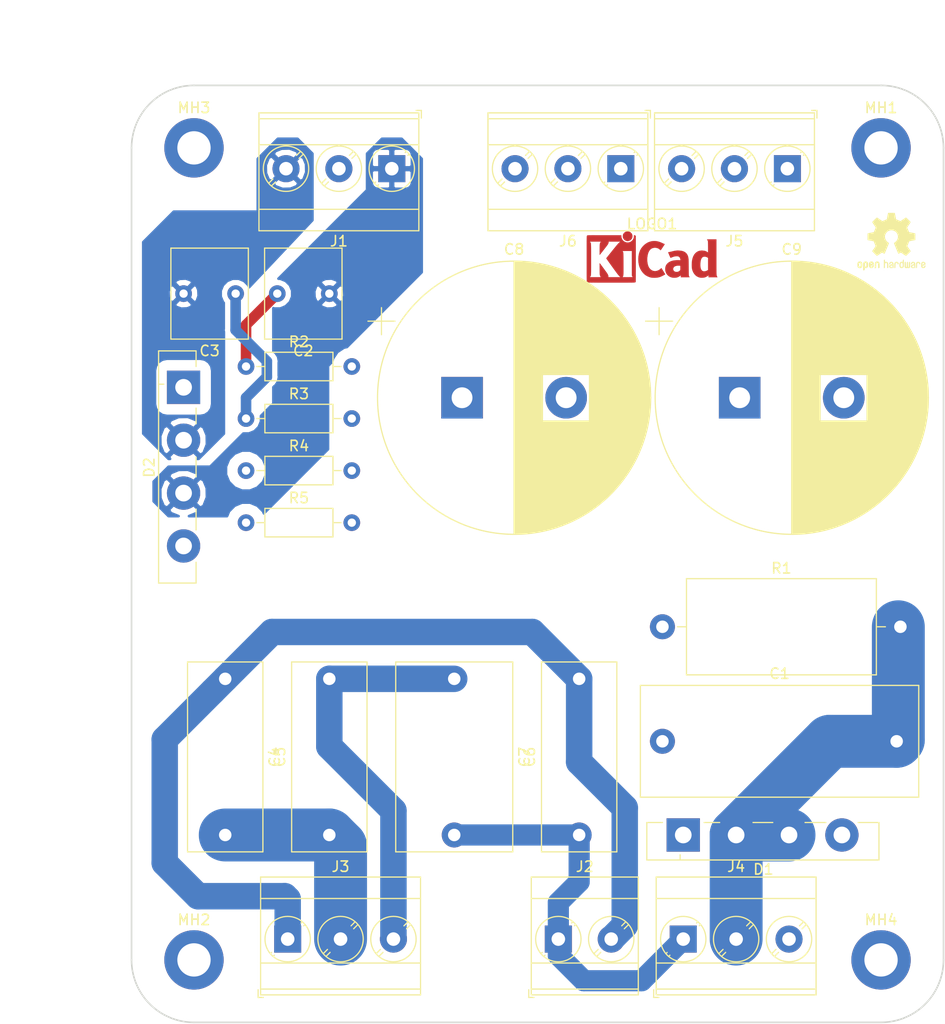
<source format=kicad_pcb>
(kicad_pcb (version 20171130) (host pcbnew 5.0.2-bee76a0~70~ubuntu18.04.1)
  (layers (0 F.Cu signal) (31 B.Cu signal) (34 B.Paste user) (35 F.Paste user) (36 B.SilkS user) (37 F.SilkS user) (38 B.Mask user) (39 F.Mask user) (44 Edge.Cuts user))
  (net 0 "")
  (net 1 GNDPWR)
  (net 2 Earth_Protective)
  (net 3 "Net-(C2-Pad2)")
  (net 4 "Net-(C3-Pad1)")
  (net 5 /ac_l)
  (net 6 /ac_n)
  (net 7 "Net-(C6-Pad1)")
  (net 8 /vcc)
  (net 9 /vee)
  (net 10 /acs_p)
  (net 11 /acs_n)
  (module TerminalBlock_Phoenix:TerminalBlock_Phoenix_MKDS-3-3-5.08_1x03_P5.08mm_Horizontal (layer F.Cu) (at 120.25 77.85 180)
    (fp_text reference J1 (at 5.08 -6.96 180) (layer F.SilkS))
    (fp_text value Screw_Terminal_01x03)
    (pad 3 thru_hole circle (at 10.16 0 180) (size 2.6 2.6) (drill 1.3) (layers *.Cu *.Mask) (net 11 /acs_n))
    (pad 2 thru_hole circle (at 5.08 0 180) (size 2.6 2.6) (drill 1.3) (layers *.Cu *.Mask) (net 1 GNDPWR))
    (pad 1 thru_hole rect (at 0 0 180) (size 2.6 2.6) (drill 1.3) (layers *.Cu *.Mask) (net 10 /acs_p))
  )
  (module Capacitor_THT:C_Rect_L26.5mm_W10.5mm_P22.50mm_MKS4 (layer F.Cu) (at 146.25 132.85)
    (fp_text reference C1 (at 11.25 -6.5) (layer F.SilkS))
    (fp_text value 100n)
    (pad 1 thru_hole circle (at 0 0) (size 2.4 2.4) (drill 1.2) (layers *.Cu *.Mask) (net 1 GNDPWR))
    (pad 2 thru_hole circle (at 22.5 0) (size 2.4 2.4) (drill 1.2) (layers *.Cu *.Mask) (net 2 Earth_Protective))
  )
  (module Capacitor_THT:C_Rect_L7.2mm_W8.5mm_P5.00mm_FKP2_FKP2_MKS2_MKP2 (layer F.Cu) (at 114.25 89.85 180)
    (fp_text reference C2 (at 2.5 -5.5 180) (layer F.SilkS))
    (fp_text value 470n)
    (pad 2 thru_hole circle (at 5 0 180) (size 1.6 1.6) (drill 0.8) (layers *.Cu *.Mask) (net 3 "Net-(C2-Pad2)"))
    (pad 1 thru_hole circle (at 0 0 180) (size 1.6 1.6) (drill 0.8) (layers *.Cu *.Mask) (net 10 /acs_p))
  )
  (module Capacitor_THT:C_Rect_L7.2mm_W8.5mm_P5.00mm_FKP2_FKP2_MKS2_MKP2 (layer F.Cu) (at 105.25 89.85 180)
    (fp_text reference C3 (at 2.5 -5.5 180) (layer F.SilkS))
    (fp_text value 470n)
    (pad 1 thru_hole circle (at 0 0 180) (size 1.6 1.6) (drill 0.8) (layers *.Cu *.Mask) (net 4 "Net-(C3-Pad1)"))
    (pad 2 thru_hole circle (at 5 0 180) (size 1.6 1.6) (drill 0.8) (layers *.Cu *.Mask) (net 11 /acs_n))
  )
  (module Capacitor_THT:C_Rect_L18.0mm_W7.0mm_P15.00mm_FKS3_FKP3 (layer F.Cu) (at 104.25 126.85 270)
    (fp_text reference C4 (at 7.5 -4.75 270) (layer F.SilkS))
    (fp_text value 22n)
    (pad 1 thru_hole circle (at 0 0 270) (size 2.4 2.4) (drill 1.2) (layers *.Cu *.Mask) (net 5 /ac_l))
    (pad 2 thru_hole circle (at 15 0 270) (size 2.4 2.4) (drill 1.2) (layers *.Cu *.Mask) (net 2 Earth_Protective))
  )
  (module Capacitor_THT:C_Rect_L18.0mm_W7.0mm_P15.00mm_FKS3_FKP3 (layer F.Cu) (at 114.25 141.85 90)
    (fp_text reference C5 (at 7.5 -4.75 90) (layer F.SilkS))
    (fp_text value 22n)
    (pad 2 thru_hole circle (at 15 0 90) (size 2.4 2.4) (drill 1.2) (layers *.Cu *.Mask) (net 6 /ac_n))
    (pad 1 thru_hole circle (at 0 0 90) (size 2.4 2.4) (drill 1.2) (layers *.Cu *.Mask) (net 2 Earth_Protective))
  )
  (module Capacitor_THT:C_Rect_L18.0mm_W7.0mm_P15.00mm_FKS3_FKP3 (layer F.Cu) (at 138.25 141.85 90)
    (fp_text reference C6 (at 7.5 -4.75 90) (layer F.SilkS))
    (fp_text value 22n)
    (pad 1 thru_hole circle (at 0 0 90) (size 2.4 2.4) (drill 1.2) (layers *.Cu *.Mask) (net 7 "Net-(C6-Pad1)"))
    (pad 2 thru_hole circle (at 15 0 90) (size 2.4 2.4) (drill 1.2) (layers *.Cu *.Mask) (net 5 /ac_l))
  )
  (module Capacitor_THT:C_Rect_L18.0mm_W11.0mm_P15.00mm_FKS3_FKP3 (layer F.Cu) (at 126.25 126.85 270)
    (fp_text reference C7 (at 7.5 -6.75 270) (layer F.SilkS))
    (fp_text value 470n)
    (pad 1 thru_hole circle (at 0 0 270) (size 2.4 2.4) (drill 1.2) (layers *.Cu *.Mask) (net 6 /ac_n))
    (pad 2 thru_hole circle (at 15 0 270) (size 2.4 2.4) (drill 1.2) (layers *.Cu *.Mask) (net 7 "Net-(C6-Pad1)"))
  )
  (module Capacitor_THT:CP_Radial_D26.0mm_P10.00mm_SnapIn (layer F.Cu) (at 127 99.85)
    (fp_text reference C8 (at 5 -14.25) (layer F.SilkS))
    (fp_text value 6m8)
    (pad 2 thru_hole circle (at 10 0) (size 4 4) (drill 2) (layers *.Cu *.Mask) (net 1 GNDPWR))
    (pad 1 thru_hole rect (at 0 0) (size 4 4) (drill 2) (layers *.Cu *.Mask) (net 8 /vcc))
  )
  (module Capacitor_THT:CP_Radial_D26.0mm_P10.00mm_SnapIn (layer F.Cu) (at 153.67 99.85)
    (fp_text reference C9 (at 5 -14.25) (layer F.SilkS))
    (fp_text value 6m8)
    (pad 1 thru_hole rect (at 0 0) (size 4 4) (drill 2) (layers *.Cu *.Mask) (net 1 GNDPWR))
    (pad 2 thru_hole circle (at 10 0) (size 4 4) (drill 2) (layers *.Cu *.Mask) (net 9 /vee))
  )
  (module Diode_THT:Diode_Bridge_Vishay_GBU (layer F.Cu) (at 148.25 141.85)
    (fp_text reference D1 (at 7.7 3.3 180) (layer F.SilkS))
    (fp_text value GBU2508F)
    (pad 4 thru_hole circle (at 15.24 0) (size 3.2 3.2) (drill 1.6) (layers *.Cu *.Mask) (net 1 GNDPWR))
    (pad 3 thru_hole circle (at 10.16 0) (size 3.2 3.2) (drill 1.6) (layers *.Cu *.Mask) (net 2 Earth_Protective))
    (pad 2 thru_hole circle (at 5.08 0) (size 3.2 3.2) (drill 1.6) (layers *.Cu *.Mask) (net 2 Earth_Protective))
    (pad 1 thru_hole rect (at 0 0) (size 3.2 3.2) (drill 1.6) (layers *.Cu *.Mask) (net 1 GNDPWR))
  )
  (module Diode_THT:Diode_Bridge_Vishay_GBU (layer F.Cu) (at 100.25 98.85 270)
    (fp_text reference D2 (at 7.7 3.3 90) (layer F.SilkS))
    (fp_text value GBU2508F)
    (pad 1 thru_hole rect (at 0 0 270) (size 3.2 3.2) (drill 1.6) (layers *.Cu *.Mask) (net 8 /vcc))
    (pad 2 thru_hole circle (at 5.08 0 270) (size 3.2 3.2) (drill 1.6) (layers *.Cu *.Mask) (net 11 /acs_n))
    (pad 3 thru_hole circle (at 10.16 0 270) (size 3.2 3.2) (drill 1.6) (layers *.Cu *.Mask) (net 10 /acs_p))
    (pad 4 thru_hole circle (at 15.24 0 270) (size 3.2 3.2) (drill 1.6) (layers *.Cu *.Mask) (net 9 /vee))
  )
  (module TerminalBlock_Phoenix:TerminalBlock_Phoenix_MKDS-3-2-5.08_1x02_P5.08mm_Horizontal (layer F.Cu) (at 136.25 151.85)
    (fp_text reference J2 (at 2.54 -6.96) (layer F.SilkS))
    (fp_text value Screw_Terminal_01x02)
    (pad 1 thru_hole rect (at 0 0) (size 2.6 2.6) (drill 1.3) (layers *.Cu *.Mask) (net 7 "Net-(C6-Pad1)"))
    (pad 2 thru_hole circle (at 5.08 0) (size 2.6 2.6) (drill 1.3) (layers *.Cu *.Mask) (net 5 /ac_l))
  )
  (module Resistor_THT:R_Axial_DIN0918_L18.0mm_D9.0mm_P22.86mm_Horizontal (layer F.Cu) (at 146.25 121.85)
    (fp_text reference R1 (at 11.43 -5.62) (layer F.SilkS))
    (fp_text value 10)
    (pad 1 thru_hole circle (at 0 0) (size 2.4 2.4) (drill 1.2) (layers *.Cu *.Mask) (net 1 GNDPWR))
    (pad 2 thru_hole oval (at 22.86 0) (size 2.4 2.4) (drill 1.2) (layers *.Cu *.Mask) (net 2 Earth_Protective))
  )
  (module Resistor_THT:R_Axial_DIN0207_L6.3mm_D2.5mm_P10.16mm_Horizontal (layer F.Cu) (at 106.25 96.85)
    (fp_text reference R2 (at 5.08 -2.37) (layer F.SilkS))
    (fp_text value 1)
    (pad 1 thru_hole circle (at 0 0) (size 1.6 1.6) (drill 0.8) (layers *.Cu *.Mask) (net 3 "Net-(C2-Pad2)"))
    (pad 2 thru_hole oval (at 10.16 0) (size 1.6 1.6) (drill 0.8) (layers *.Cu *.Mask) (net 1 GNDPWR))
  )
  (module Resistor_THT:R_Axial_DIN0207_L6.3mm_D2.5mm_P10.16mm_Horizontal (layer F.Cu) (at 106.25 101.85)
    (fp_text reference R3 (at 5.08 -2.37) (layer F.SilkS))
    (fp_text value 1)
    (pad 2 thru_hole oval (at 10.16 0) (size 1.6 1.6) (drill 0.8) (layers *.Cu *.Mask) (net 1 GNDPWR))
    (pad 1 thru_hole circle (at 0 0) (size 1.6 1.6) (drill 0.8) (layers *.Cu *.Mask) (net 4 "Net-(C3-Pad1)"))
  )
  (module Resistor_THT:R_Axial_DIN0207_L6.3mm_D2.5mm_P10.16mm_Horizontal (layer F.Cu) (at 106.25 106.85)
    (fp_text reference R4 (at 5.08 -2.37) (layer F.SilkS))
    (fp_text value 10k)
    (pad 1 thru_hole circle (at 0 0) (size 1.6 1.6) (drill 0.8) (layers *.Cu *.Mask) (net 8 /vcc))
    (pad 2 thru_hole oval (at 10.16 0) (size 1.6 1.6) (drill 0.8) (layers *.Cu *.Mask) (net 1 GNDPWR))
  )
  (module Resistor_THT:R_Axial_DIN0207_L6.3mm_D2.5mm_P10.16mm_Horizontal (layer F.Cu) (at 106.25 111.85)
    (fp_text reference R5 (at 5.08 -2.37) (layer F.SilkS))
    (fp_text value 10k)
    (pad 2 thru_hole oval (at 10.16 0) (size 1.6 1.6) (drill 0.8) (layers *.Cu *.Mask) (net 1 GNDPWR))
    (pad 1 thru_hole circle (at 0 0) (size 1.6 1.6) (drill 0.8) (layers *.Cu *.Mask) (net 9 /vee))
  )
  (module TerminalBlock_Phoenix:TerminalBlock_Phoenix_MKDS-3-3-5.08_1x03_P5.08mm_Horizontal (layer F.Cu) (at 110.25 151.85)
    (fp_text reference J3 (at 5.08 -6.96) (layer F.SilkS))
    (fp_text value Screw_Terminal_01x03)
    (pad 1 thru_hole rect (at 0 0) (size 2.6 2.6) (drill 1.3) (layers *.Cu *.Mask) (net 5 /ac_l))
    (pad 2 thru_hole circle (at 5.08 0) (size 2.6 2.6) (drill 1.3) (layers *.Cu *.Mask) (net 2 Earth_Protective))
    (pad 3 thru_hole circle (at 10.16 0) (size 2.6 2.6) (drill 1.3) (layers *.Cu *.Mask) (net 6 /ac_n))
  )
  (module TerminalBlock_Phoenix:TerminalBlock_Phoenix_MKDS-3-3-5.08_1x03_P5.08mm_Horizontal (layer F.Cu) (at 148.25 151.85)
    (fp_text reference J4 (at 5.08 -6.96) (layer F.SilkS))
    (fp_text value Screw_Terminal_01x03)
    (pad 1 thru_hole rect (at 0 0) (size 2.6 2.6) (drill 1.3) (layers *.Cu *.Mask) (net 7 "Net-(C6-Pad1)"))
    (pad 2 thru_hole circle (at 5.08 0) (size 2.6 2.6) (drill 1.3) (layers *.Cu *.Mask) (net 2 Earth_Protective))
    (pad 3 thru_hole circle (at 10.16 0) (size 2.6 2.6) (drill 1.3) (layers *.Cu *.Mask) (net 6 /ac_n))
  )
  (module TerminalBlock_Phoenix:TerminalBlock_Phoenix_MKDS-3-3-5.08_1x03_P5.08mm_Horizontal (layer F.Cu) (at 158.25 77.85 180)
    (fp_text reference J5 (at 5.08 -6.96 180) (layer F.SilkS))
    (fp_text value Screw_Terminal_01x03)
    (pad 3 thru_hole circle (at 10.16 0 180) (size 2.6 2.6) (drill 1.3) (layers *.Cu *.Mask) (net 9 /vee))
    (pad 2 thru_hole circle (at 5.08 0 180) (size 2.6 2.6) (drill 1.3) (layers *.Cu *.Mask) (net 1 GNDPWR))
    (pad 1 thru_hole rect (at 0 0 180) (size 2.6 2.6) (drill 1.3) (layers *.Cu *.Mask) (net 8 /vcc))
  )
  (module TerminalBlock_Phoenix:TerminalBlock_Phoenix_MKDS-3-3-5.08_1x03_P5.08mm_Horizontal (layer F.Cu) (at 142.25 77.85 180)
    (fp_text reference J6 (at 5.08 -6.96 180) (layer F.SilkS))
    (fp_text value Screw_Terminal_01x03)
    (pad 1 thru_hole rect (at 0 0 180) (size 2.6 2.6) (drill 1.3) (layers *.Cu *.Mask) (net 8 /vcc))
    (pad 2 thru_hole circle (at 5.08 0 180) (size 2.6 2.6) (drill 1.3) (layers *.Cu *.Mask) (net 1 GNDPWR))
    (pad 3 thru_hole circle (at 10.16 0 180) (size 2.6 2.6) (drill 1.3) (layers *.Cu *.Mask) (net 9 /vee))
  )
  (module MountingHole:MountingHole_3.2mm_M3_ISO7380_Pad (layer F.Cu) (at 167.25 75.85)
    (fp_text reference MH1 (at 0 -3.85) (layer F.SilkS))
    (fp_text value MountingHole)
    (pad 1 thru_hole circle (at 0 0) (size 5.7 5.7) (drill 3.2) (layers *.Cu *.Mask))
  )
  (module MountingHole:MountingHole_3.2mm_M3_ISO7380_Pad (layer F.Cu) (at 101.25 153.85)
    (fp_text reference MH2 (at 0 -3.85) (layer F.SilkS))
    (fp_text value MountingHole)
    (pad 1 thru_hole circle (at 0 0) (size 5.7 5.7) (drill 3.2) (layers *.Cu *.Mask))
  )
  (module MountingHole:MountingHole_3.2mm_M3_ISO7380_Pad (layer F.Cu) (at 101.25 75.85)
    (fp_text reference MH3 (at 0 -3.85) (layer F.SilkS))
    (fp_text value MountingHole)
    (pad 1 thru_hole circle (at 0 0) (size 5.7 5.7) (drill 3.2) (layers *.Cu *.Mask))
  )
  (module MountingHole:MountingHole_3.2mm_M3_ISO7380_Pad (layer F.Cu) (at 167.25 153.85)
    (fp_text reference MH4 (at 0 -3.85) (layer F.SilkS))
    (fp_text value MountingHole)
    (pad 1 thru_hole circle (at 0 0) (size 5.7 5.7) (drill 3.2) (layers *.Cu *.Mask))
  )
  (module Symbol:KiCad-Logo_5mm_Copper (layer F.Cu) (at 145.25 86.85)
    (fp_text reference LOGO1 (at 0 -3.7) (layer F.SilkS))
    (fp_text value Kicad_Logo)
    (fp_poly (pts (xy -2.9464 -2.510946) (xy -2.935535 -2.397007) (xy -2.903918 -2.289384) (xy -2.853015 -2.190385) (xy -2.784293 -2.102316) (xy -2.699219 -2.027484) (xy -2.602232 -1.969616) (xy -2.495964 -1.929995) (xy -2.38895 -1.911427) (xy -2.2833 -1.912566) (xy -2.181125 -1.93207) (xy -2.084534 -1.968594) (xy -1.995638 -2.020795) (xy -1.916546 -2.087327) (xy -1.849369 -2.166848) (xy -1.796217 -2.258013) (xy -1.759199 -2.359477) (xy -1.740427 -2.469898) (xy -1.738489 -2.519794) (xy -1.738489 -2.607733) (xy -1.68656 -2.607733) (xy -1.650253 -2.604889) (xy -1.623355 -2.593089) (xy -1.596249 -2.569351) (xy -1.557867 -2.530969) (xy -1.557867 -0.339398) (xy -1.557876 -0.077261) (xy -1.557908 0.163241) (xy -1.557972 0.383048) (xy -1.558076 0.583101) (xy -1.558227 0.764344) (xy -1.558434 0.927716) (xy -1.558706 1.07416) (xy -1.55905 1.204617) (xy -1.559474 1.320029) (xy -1.559987 1.421338) (xy -1.560597 1.509484) (xy -1.561312 1.58541) (xy -1.56214 1.650057) (xy -1.563089 1.704367) (xy -1.564167 1.74928) (xy -1.565383 1.78574) (xy -1.566745 1.814687) (xy -1.568261 1.837063) (xy -1.569938 1.853809) (xy -1.571786 1.865868) (xy -1.573813 1.87418) (xy -1.576025 1.879687) (xy -1.577108 1.881537) (xy -1.581271 1.888549) (xy -1.584805 1.894996) (xy -1.588635 1.9009) (xy -1.593682 1.906286) (xy -1.600871 1.911178) (xy -1.611123 1.915598) (xy -1.625364 1.919572) (xy -1.644514 1.923121) (xy -1.669499 1.92627) (xy -1.70124 1.929042) (xy -1.740662 1.931461) (xy -1.788686 1.933551) (xy -1.846237 1.935335) (xy -1.914237 1.936837) (xy -1.99361 1.93808) (xy -2.085279 1.939089) (xy -2.190166 1.939885) (xy -2.309196 1.940494) (xy -2.44329 1.940939) (xy -2.593373 1.941243) (xy -2.760367 1.94143) (xy -2.945196 1.941524) (xy -3.148783 1.941548) (xy -3.37205 1.941525) (xy -3.615922 1.94148) (xy -3.881321 1.941437) (xy -3.919704 1.941432) (xy -4.186682 1.941389) (xy -4.432002 1.941318) (xy -4.656583 1.941213) (xy -4.861345 1.941066) (xy -5.047206 1.940869) (xy -5.215088 1.940616) (xy -5.365908 1.9403) (xy -5.500587 1.939913) (xy -5.620044 1.939447) (xy -5.725199 1.938897) (xy -5.816971 1.938253) (xy -5.896279 1.937511) (xy -5.964043 1.936661) (xy -6.021182 1.935697) (xy -6.068617 1.934611) (xy -6.107266 1.933397) (xy -6.138049 1.932047) (xy -6.161885 1.930555) (xy -6.179694 1.928911) (xy -6.192395 1.927111) (xy -6.200908 1.925145) (xy -6.205266 1.923477) (xy -6.213728 1.919906) (xy -6.221497 1.91727) (xy -6.228602 1.914634) (xy -6.235073 1.911062) (xy -6.240939 1.905621) (xy -6.246229 1.897375) (xy -6.250974 1.88539) (xy -6.255202 1.868731) (xy -6.258943 1.846463) (xy -6.262227 1.817652) (xy -6.265083 1.781363) (xy -6.26754 1.736661) (xy -6.269629 1.682611) (xy -6.271378 1.618279) (xy -6.272817 1.54273) (xy -6.273976 1.45503) (xy -6.274883 1.354243) (xy -6.275569 1.239434) (xy -6.276063 1.10967) (xy -6.276395 0.964015) (xy -6.276593 0.801535) (xy -6.276687 0.621295) (xy -6.276708 0.42236) (xy -6.276685 0.203796) (xy -6.276646 -0.035332) (xy -6.276622 -0.29596) (xy -6.276622 -0.338111) (xy -6.276636 -0.601008) (xy -6.276661 -0.842268) (xy -6.276671 -1.062835) (xy -6.276642 -1.263648) (xy -6.276548 -1.445651) (xy -6.276362 -1.609784) (xy -6.276059 -1.756989) (xy -6.275614 -1.888208) (xy -6.275034 -1.998133) (xy -5.972197 -1.998133) (xy -5.932407 -1.940289) (xy -5.921236 -1.924521) (xy -5.911166 -1.910559) (xy -5.902138 -1.897216) (xy -5.894097 -1.883307) (xy -5.886986 -1.867644) (xy -5.880747 -1.849042) (xy -5.875325 -1.826314) (xy -5.870662 -1.798273) (xy -5.866701 -1.763733) (xy -5.863385 -1.721508) (xy -5.860659 -1.670411) (xy -5.858464 -1.609256) (xy -5.856745 -1.536856) (xy -5.855444 -1.452025) (xy -5.854505 -1.353578) (xy -5.85387 -1.240326) (xy -5.853484 -1.111084) (xy -5.853288 -0.964666) (xy -5.853227 -0.799884) (xy -5.853243 -0.615553) (xy -5.85328 -0.410487) (xy -5.853289 -0.287867) (xy -5.853265 -0.070918) (xy -5.853231 0.124642) (xy -5.853243 0.299999) (xy -5.853358 0.456341) (xy -5.85363 0.594857) (xy -5.854118 0.716734) (xy -5.854876 0.82316) (xy -5.855962 0.915322) (xy -5.857431 0.994409) (xy -5.85934 1.061608) (xy -5.861744 1.118107) (xy -5.864701 1.165093) (xy -5.868266 1.203755) (xy -5.872495 1.23528) (xy -5.877446 1.260855) (xy -5.883173 1.28167) (xy -5.889733 1.298911) (xy -5.897183 1.313765) (xy -5.905579 1.327422) (xy -5.914976 1.341069) (xy -5.925432 1.355893) (xy -5.931523 1.364783) (xy -5.970296 1.4224) (xy -5.438732 1.4224) (xy -5.315483 1.422365) (xy -5.212987 1.422215) (xy -5.12942 1.421878) (xy -5.062956 1.421286) (xy -5.011771 1.420367) (xy -4.974041 1.419051) (xy -4.94794 1.417269) (xy -4.931644 1.414951) (xy -4.923328 1.412026) (xy -4.921168 1.408424) (xy -4.923339 1.404075) (xy -4.924535 1.402645) (xy -4.949685 1.365573) (xy -4.975583 1.312772) (xy -4.999192 1.25077) (xy -5.007461 1.224357) (xy -5.012078 1.206416) (xy -5.015979 1.185355) (xy -5.019248 1.159089) (xy -5.021966 1.125532) (xy -5.024215 1.082599) (xy -5.026077 1.028204) (xy -5.027636 0.960262) (xy -5.028972 0.876688) (xy -5.030169 0.775395) (xy -5.031308 0.6543) (xy -5.031685 0.6096) (xy -5.032702 0.484449) (xy -5.03346 0.380082) (xy -5.033903 0.294707) (xy -5.03397 0.226533) (xy -5.033605 0.173765) (xy -5.032748 0.134614) (xy -5.031341 0.107285) (xy -5.029325 0.089986) (xy -5.026643 0.080926) (xy -5.023236 0.078312) (xy -5.019044 0.080351) (xy -5.014571 0.084667) (xy -5.004216 0.097602) (xy -4.982158 0.126676) (xy -4.949957 0.169759) (xy -4.909174 0.224718) (xy -4.86137 0.289423) (xy -4.808105 0.361742) (xy -4.75094 0.439544) (xy -4.691437 0.520698) (xy -4.631155 0.603072) (xy -4.571655 0.684536) (xy -4.514498 0.762957) (xy -4.461245 0.836204) (xy -4.413457 0.902147) (xy -4.372693 0.958654) (xy -4.340516 1.003593) (xy -4.318485 1.034834) (xy -4.313917 1.041466) (xy -4.290996 1.078369) (xy -4.264188 1.126359) (xy -4.238789 1.175897) (xy -4.235568 1.182577) (xy -4.21389 1.230772) (xy -4.201304 1.268334) (xy -4.195574 1.30416) (xy -4.194456 1.3462) (xy -4.19509 1.4224) (xy -3.040651 1.4224) (xy -3.131815 1.328669) (xy -3.178612 1.278775) (xy -3.228899 1.222295) (xy -3.274944 1.168026) (xy -3.295369 1.142673) (xy -3.325807 1.103128) (xy -3.365862 1.049916) (xy -3.414361 0.984667) (xy -3.470135 0.909011) (xy -3.532011 0.824577) (xy -3.598819 0.732994) (xy -3.669387 0.635892) (xy -3.742545 0.534901) (xy -3.817121 0.43165) (xy -3.891944 0.327768) (xy -3.965843 0.224885) (xy -4.037646 0.124631) (xy -4.106184 0.028636) (xy -4.170284 -0.061473) (xy -4.228775 -0.144064) (xy -4.280486 -0.217508) (xy -4.324247 -0.280176) (xy -4.358885 -0.330439) (xy -4.38323 -0.366666) (xy -4.396111 -0.387229) (xy -4.397869 -0.391332) (xy -4.38991 -0.402658) (xy -4.369115 -0.429838) (xy -4.336847 -0.471171) (xy -4.29447 -0.524956) (xy -4.243347 -0.589494) (xy -4.184841 -0.663082) (xy -4.120314 -0.744022) (xy -4.051131 -0.830612) (xy -3.978653 -0.921152) (xy -3.904246 -1.01394) (xy -3.844517 -1.088298) (xy -2.833511 -1.088298) (xy -2.827602 -1.075341) (xy -2.813272 -1.053092) (xy -2.812225 -1.051609) (xy -2.793438 -1.021456) (xy -2.773791 -0.984625) (xy -2.769892 -0.976489) (xy -2.766356 -0.96806) (xy -2.76323 -0.957941) (xy -2.760486 -0.94474) (xy -2.758092 -0.927062) (xy -2.756019 -0.903516) (xy -2.754235 -0.872707) (xy -2.752712 -0.833243) (xy -2.751419 -0.783731) (xy -2.750326 -0.722777) (xy -2.749403 -0.648989) (xy -2.748619 -0.560972) (xy -2.747945 -0.457335) (xy -2.74735 -0.336684) (xy -2.746805 -0.197626) (xy -2.746279 -0.038768) (xy -2.745745 0.140089) (xy -2.745206 0.325207) (xy -2.744772 0.489145) (xy -2.744509 0.633303) (xy -2.744484 0.759079) (xy -2.744765 0.867871) (xy -2.745419 0.961077) (xy -2.746514 1.040097) (xy -2.748118 1.106328) (xy -2.750297 1.16117) (xy -2.753119 1.206021) (xy -2.756651 1.242278) (xy -2.760961 1.271341) (xy -2.766117 1.294609) (xy -2.772185 1.313479) (xy -2.779233 1.329351) (xy -2.787329 1.343622) (xy -2.79654 1.357691) (xy -2.80504 1.370158) (xy -2.822176 1.396452) (xy -2.832322 1.414037) (xy -2.833511 1.417257) (xy -2.822604 1.418334) (xy -2.791411 1.419335) (xy -2.742223 1.420235) (xy -2.677333 1.42101) (xy -2.59903 1.421637) (xy -2.509607 1.422091) (xy -2.411356 1.422349) (xy -2.342445 1.4224) (xy -2.237452 1.42218) (xy -2.14061 1.421548) (xy -2.054107 1.420549) (xy -1.980132 1.419227) (xy -1.920874 1.417626) (xy -1.87852 1.415791) (xy -1.85526 1.413765) (xy -1.851378 1.412493) (xy -1.859076 1.397591) (xy -1.867074 1.38956) (xy -1.880246 1.372434) (xy -1.897485 1.342183) (xy -1.909407 1.317622) (xy -1.936045 1.258711) (xy -1.93912 0.081845) (xy -1.942195 -1.095022) (xy -2.387853 -1.095022) (xy -2.48567 -1.094858) (xy -2.576064 -1.094389) (xy -2.65663 -1.093653) (xy -2.724962 -1.092684) (xy -2.778656 -1.09152) (xy -2.815305 -1.090197) (xy -2.832504 -1.088751) (xy -2.833511 -1.088298) (xy -3.844517 -1.088298) (xy -3.82927 -1.107278) (xy -3.75509 -1.199463) (xy -3.683069 -1.288796) (xy -3.614569 -1.373576) (xy -3.550955 -1.452102) (xy -3.493588 -1.522674) (xy -3.443833 -1.583591) (xy -3.403052 -1.633153) (xy -3.385888 -1.653822) (xy -3.299596 -1.754484) (xy -3.222997 -1.837741) (xy -3.154183 -1.905562) (xy -3.091248 -1.959911) (xy -3.081867 -1.967278) (xy -3.042356 -1.997883) (xy -4.174116 -1.998133) (xy -4.168827 -1.950156) (xy -4.17213 -1.892812) (xy -4.193661 -1.824537) (xy -4.233635 -1.744788) (xy -4.278943 -1.672505) (xy -4.295161 -1.64986) (xy -4.323214 -1.612304) (xy -4.36143 -1.561979) (xy -4.408137 -1.501027) (xy -4.461661 -1.431589) (xy -4.520331 -1.355806) (xy -4.582475 -1.27582) (xy -4.646421 -1.193772) (xy -4.710495 -1.111804) (xy -4.773027 -1.032057) (xy -4.832343 -0.956673) (xy -4.886771 -0.887793) (xy -4.934639 -0.827558) (xy -4.974275 -0.778111) (xy -5.004006 -0.741592) (xy -5.022161 -0.720142) (xy -5.02522 -0.716844) (xy -5.028079 -0.724851) (xy -5.030293 -0.755145) (xy -5.031857 -0.807444) (xy -5.032767 -0.881469) (xy -5.03302 -0.976937) (xy -5.032613 -1.093566) (xy -5.031704 -1.213555) (xy -5.030382 -1.345667) (xy -5.028857 -1.457406) (xy -5.026881 -1.550975) (xy -5.024206 -1.628581) (xy -5.020582 -1.692426) (xy -5.015761 -1.744717) (xy -5.009494 -1.787656) (xy -5.001532 -1.823449) (xy -4.991627 -1.8543) (xy -4.979531 -1.882414) (xy -4.964993 -1.909995) (xy -4.950311 -1.935034) (xy -4.912314 -1.998133) (xy -5.972197 -1.998133) (xy -6.275034 -1.998133) (xy -6.275001 -2.004383) (xy -6.274195 -2.106456) (xy -6.27317 -2.195367) (xy -6.2719 -2.272059) (xy -6.27036 -2.337473) (xy -6.268524 -2.392551) (xy -6.266367 -2.438235) (xy -6.263863 -2.475466) (xy -6.260987 -2.505187) (xy -6.257713 -2.528338) (xy -6.254015 -2.545861) (xy -6.249869 -2.558699) (xy -6.245247 -2.567792) (xy -6.240126 -2.574082) (xy -6.234478 -2.578512) (xy -6.228279 -2.582022) (xy -6.221504 -2.585555) (xy -6.215508 -2.589124) (xy -6.210275 -2.5917) (xy -6.202099 -2.594028) (xy -6.189886 -2.596122) (xy -6.172541 -2.597993) (xy -6.148969 -2.599653) (xy -6.118077 -2.601116) (xy -6.078768 -2.602392) (xy -6.02995 -2.603496) (xy -5.970527 -2.604439) (xy -5.899404 -2.605233) (xy -5.815488 -2.605891) (xy -5.717683 -2.606425) (xy -5.604894 -2.606847) (xy -5.476029 -2.607171) (xy -5.329991 -2.607408) (xy -5.165686 -2.60757) (xy -4.98202 -2.60767) (xy -4.777897 -2.60772) (xy -4.566753 -2.607733) (xy -2.9464 -2.607733) (xy -2.9464 -2.510946)) (layer F.Cu) (width 0.01))
    (fp_poly (pts (xy 0.328429 -2.050929) (xy 0.48857 -2.029755) (xy 0.65251 -1.989615) (xy 0.822313 -1.930111) (xy 1.000043 -1.850846) (xy 1.01131 -1.845301) (xy 1.069005 -1.817275) (xy 1.120552 -1.793198) (xy 1.162191 -1.774751) (xy 1.190162 -1.763614) (xy 1.199733 -1.761067) (xy 1.21895 -1.756059) (xy 1.223561 -1.751853) (xy 1.218458 -1.74142) (xy 1.202418 -1.715132) (xy 1.177288 -1.675743) (xy 1.144914 -1.626009) (xy 1.107143 -1.568685) (xy 1.065822 -1.506524) (xy 1.022798 -1.442282) (xy 0.979917 -1.378715) (xy 0.939026 -1.318575) (xy 0.901971 -1.26462) (xy 0.8706 -1.219603) (xy 0.846759 -1.186279) (xy 0.832294 -1.167403) (xy 0.830309 -1.165213) (xy 0.820191 -1.169862) (xy 0.79785 -1.187038) (xy 0.76728 -1.21356) (xy 0.751536 -1.228036) (xy 0.655047 -1.303318) (xy 0.548336 -1.358759) (xy 0.432832 -1.393859) (xy 0.309962 -1.40812) (xy 0.240561 -1.406949) (xy 0.119423 -1.389788) (xy 0.010205 -1.353906) (xy -0.087418 -1.299041) (xy -0.173772 -1.22493) (xy -0.249185 -1.131312) (xy -0.313982 -1.017924) (xy -0.351399 -0.931333) (xy -0.395252 -0.795634) (xy -0.427572 -0.64815) (xy -0.448443 -0.492686) (xy -0.457949 -0.333044) (xy -0.456173 -0.173027) (xy -0.443197 -0.016439) (xy -0.419106 0.132918) (xy -0.383982 0.27124) (xy -0.337908 0.394724) (xy -0.321627 0.428978) (xy -0.25338 0.543064) (xy -0.172921 0.639557) (xy -0.08143 0.71767) (xy 0.019911 0.776617) (xy 0.12992 0.815612) (xy 0.247415 0.833868) (xy 0.288883 0.835211) (xy 0.410441 0.82429) (xy 0.530878 0.791474) (xy 0.648666 0.737439) (xy 0.762277 0.662865) (xy 0.853685 0.584539) (xy 0.900215 0.540008) (xy 1.081483 0.837271) (xy 1.12658 0.911433) (xy 1.167819 0.979646) (xy 1.203735 1.039459) (xy 1.232866 1.08842) (xy 1.25375 1.124079) (xy 1.264924 1.143984) (xy 1.266375 1.147079) (xy 1.258146 1.156718) (xy 1.232567 1.173999) (xy 1.192873 1.197283) (xy 1.142297 1.224934) (xy 1.084074 1.255315) (xy 1.021437 1.28679) (xy 0.957621 1.317722) (xy 0.89586 1.346473) (xy 0.839388 1.371408) (xy 0.791438 1.390889) (xy 0.767986 1.399318) (xy 0.634221 1.437133) (xy 0.496327 1.462136) (xy 0.348622 1.47514) (xy 0.221833 1.477468) (xy 0.153878 1.476373) (xy 0.088277 1.474275) (xy 0.030847 1.471434) (xy -0.012597 1.468106) (xy -0.026702 1.466422) (xy -0.165716 1.437587) (xy -0.307243 1.392468) (xy -0.444725 1.33375) (xy -0.571606 1.26412) (xy -0.649111 1.211441) (xy -0.776519 1.103239) (xy -0.894822 0.976671) (xy -1.001828 0.834866) (xy -1.095348 0.680951) (xy -1.17319 0.518053) (xy -1.217044 0.400756) (xy -1.267292 0.217128) (xy -1.300791 0.022581) (xy -1.317551 -0.178675) (xy -1.317584 -0.382432) (xy -1.300899 -0.584479) (xy -1.267507 -0.780608) (xy -1.21742 -0.966609) (xy -1.213603 -0.978197) (xy -1.150719 -1.14025) (xy -1.073972 -1.288168) (xy -0.980758 -1.426135) (xy -0.868473 -1.558339) (xy -0.824608 -1.603601) (xy -0.688466 -1.727543) (xy -0.548509 -1.830085) (xy -0.402589 -1.912344) (xy -0.248558 -1.975436) (xy -0.084268 -2.020477) (xy 0.011289 -2.037967) (xy 0.170023 -2.053534) (xy 0.328429 -2.050929)) (layer F.Cu) (width 0.01))
    (fp_poly (pts (xy 2.673574 -1.133448) (xy 2.825492 -1.113433) (xy 2.960756 -1.079798) (xy 3.080239 -1.032275) (xy 3.184815 -0.970595) (xy 3.262424 -0.907035) (xy 3.331265 -0.832901) (xy 3.385006 -0.753129) (xy 3.42791 -0.660909) (xy 3.443384 -0.617839) (xy 3.456244 -0.578858) (xy 3.467446 -0.542711) (xy 3.47712 -0.507566) (xy 3.485396 -0.47159) (xy 3.492403 -0.43295) (xy 3.498272 -0.389815) (xy 3.503131 -0.340351) (xy 3.50711 -0.282727) (xy 3.51034 -0.215109) (xy 3.512949 -0.135666) (xy 3.515067 -0.042564) (xy 3.516824 0.066027) (xy 3.518349 0.191942) (xy 3.519772 0.337012) (xy 3.521025 0.479778) (xy 3.522351 0.635968) (xy 3.523556 0.771239) (xy 3.524766 0.887246) (xy 3.526106 0.985645) (xy 3.5277 1.068093) (xy 3.529675 1.136246) (xy 3.532156 1.19176) (xy 3.535269 1.236292) (xy 3.539138 1.271498) (xy 3.543889 1.299034) (xy 3.549648 1.320556) (xy 3.556539 1.337722) (xy 3.564689 1.352186) (xy 3.574223 1.365606) (xy 3.585266 1.379638) (xy 3.589566 1.385071) (xy 3.605386 1.40791) (xy 3.612422 1.423463) (xy 3.612444 1.423922) (xy 3.601567 1.426121) (xy 3.570582 1.428147) (xy 3.521957 1.429942) (xy 3.458163 1.431451) (xy 3.381669 1.432616) (xy 3.294944 1.43338) (xy 3.200457 1.433686) (xy 3.18955 1.433689) (xy 2.766657 1.433689) (xy 2.763395 1.337622) (xy 2.760133 1.241556) (xy 2.698044 1.292543) (xy 2.600714 1.360057) (xy 2.490813 1.414749) (xy 2.404349 1.444978) (xy 2.335278 1.459666) (xy 2.251925 1.469659) (xy 2.162159 1.474646) (xy 2.073845 1.474313) (xy 1.994851 1.468351) (xy 1.958622 1.462638) (xy 1.818603 1.424776) (xy 1.692178 1.369932) (xy 1.58026 1.298924) (xy 1.483762 1.212568) (xy 1.4036 1.111679) (xy 1.340687 0.997076) (xy 1.296312 0.870984) (xy 1.283978 0.814401) (xy 1.276368 0.752202) (xy 1.272739 0.677363) (xy 1.272245 0.643467) (xy 1.27231 0.640282) (xy 2.032248 0.640282) (xy 2.041541 0.715333) (xy 2.069728 0.77916) (xy 2.118197 0.834798) (xy 2.123254 0.839211) (xy 2.171548 0.874037) (xy 2.223257 0.89662) (xy 2.283989 0.90854) (xy 2.359352 0.911383) (xy 2.377459 0.910978) (xy 2.431278 0.908325) (xy 2.471308 0.902909) (xy 2.506324 0.892745) (xy 2.545103 0.87585) (xy 2.555745 0.870672) (xy 2.616396 0.834844) (xy 2.663215 0.792212) (xy 2.675952 0.776973) (xy 2.720622 0.720462) (xy 2.720622 0.524586) (xy 2.720086 0.445939) (xy 2.718396 0.387988) (xy 2.715428 0.348875) (xy 2.711057 0.326741) (xy 2.706972 0.320274) (xy 2.691047 0.317111) (xy 2.657264 0.314488) (xy 2.61034 0.312655) (xy 2.554993 0.311857) (xy 2.546106 0.311842) (xy 2.42533 0.317096) (xy 2.32266 0.333263) (xy 2.236106 0.360961) (xy 2.163681 0.400808) (xy 2.108751 0.447758) (xy 2.064204 0.505645) (xy 2.03948 0.568693) (xy 2.032248 0.640282) (xy 1.27231 0.640282) (xy 1.274178 0.549712) (xy 1.282522 0.470812) (xy 1.298768 0.39959) (xy 1.324405 0.328864) (xy 1.348401 0.276493) (xy 1.40702 0.181196) (xy 1.485117 0.09317) (xy 1.580315 0.014017) (xy 1.690238 -0.05466) (xy 1.81251 -0.111259) (xy 1.944755 -0.154179) (xy 2.009422 -0.169118) (xy 2.145604 -0.191223) (xy 2.294049 -0.205806) (xy 2.445505 -0.212187) (xy 2.572064 -0.210555) (xy 2.73395 -0.203776) (xy 2.72653 -0.262755) (xy 2.707238 -0.361908) (xy 2.676104 -0.442628) (xy 2.632269 -0.505534) (xy 2.574871 -0.551244) (xy 2.503048 -0.580378) (xy 2.415941 -0.593553) (xy 2.312686 -0.591389) (xy 2.274711 -0.587388) (xy 2.13352 -0.56222) (xy 1.996707 -0.521186) (xy 1.902178 -0.483185) (xy 1.857018 -0.46381) (xy 1.818585 -0.44824) (xy 1.792234 -0.438595) (xy 1.784546 -0.436548) (xy 1.774802 -0.445626) (xy 1.758083 -0.474595) (xy 1.734232 -0.523783) (xy 1.703093 -0.593516) (xy 1.664507 -0.684121) (xy 1.65791 -0.699911) (xy 1.627853 -0.772228) (xy 1.600874 -0.837575) (xy 1.578136 -0.893094) (xy 1.560806 -0.935928) (xy 1.550048 -0.963219) (xy 1.546941 -0.972058) (xy 1.55694 -0.976813) (xy 1.583217 -0.98209) (xy 1.611489 -0.985769) (xy 1.641646 -0.990526) (xy 1.689433 -0.999972) (xy 1.750612 -1.01318) (xy 1.820946 -1.029224) (xy 1.896194 -1.04718) (xy 1.924755 -1.054203) (xy 2.029816 -1.079791) (xy 2.11748 -1.099853) (xy 2.192068 -1.115031) (xy 2.257903 -1.125965) (xy 2.319307 -1.133296) (xy 2.380602 -1.137665) (xy 2.44611 -1.139713) (xy 2.504128 -1.140111) (xy 2.673574 -1.133448)) (layer F.Cu) (width 0.01))
    (fp_poly (pts (xy 6.186507 -0.527755) (xy 6.186526 -0.293338) (xy 6.186552 -0.080397) (xy 6.186625 0.112168) (xy 6.186782 0.285459) (xy 6.187064 0.440576) (xy 6.187509 0.57862) (xy 6.188156 0.700692) (xy 6.189045 0.807894) (xy 6.190213 0.901326) (xy 6.191701 0.98209) (xy 6.193546 1.051286) (xy 6.195789 1.110015) (xy 6.198469 1.159379) (xy 6.201623 1.200478) (xy 6.205292 1.234413) (xy 6.209513 1.262286) (xy 6.214327 1.285198) (xy 6.219773 1.304249) (xy 6.225888 1.32054) (xy 6.232712 1.335173) (xy 6.240285 1.349249) (xy 6.248645 1.363868) (xy 6.253839 1.372974) (xy 6.288104 1.433689) (xy 5.429955 1.433689) (xy 5.429955 1.337733) (xy 5.429224 1.29437) (xy 5.427272 1.261205) (xy 5.424463 1.243424) (xy 5.423221 1.241778) (xy 5.411799 1.248662) (xy 5.389084 1.266505) (xy 5.366385 1.285879) (xy 5.3118 1.326614) (xy 5.242321 1.367617) (xy 5.16527 1.405123) (xy 5.087965 1.435364) (xy 5.057113 1.445012) (xy 4.988616 1.459578) (xy 4.905764 1.469539) (xy 4.816371 1.474583) (xy 4.728248 1.474396) (xy 4.649207 1.468666) (xy 4.611511 1.462858) (xy 4.473414 1.424797) (xy 4.346113 1.367073) (xy 4.230292 1.290211) (xy 4.126637 1.194739) (xy 4.035833 1.081179) (xy 3.969031 0.970381) (xy 3.914164 0.853625) (xy 3.872163 0.734276) (xy 3.842167 0.608283) (xy 3.823311 0.471594) (xy 3.814732 0.320158) (xy 3.814006 0.242711) (xy 3.8161 0.185934) (xy 4.645217 0.185934) (xy 4.645424 0.279002) (xy 4.648337 0.366692) (xy 4.654 0.443772) (xy 4.662455 0.505009) (xy 4.665038 0.51735) (xy 4.69684 0.624633) (xy 4.738498 0.711658) (xy 4.790363 0.778642) (xy 4.852781 0.825805) (xy 4.9261 0.853365) (xy 5.010669 0.861541) (xy 5.106835 0.850551) (xy 5.170311 0.834829) (xy 5.219454 0.816639) (xy 5.273583 0.790791) (xy 5.314244 0.767089) (xy 5.3848 0.720721) (xy 5.3848 -0.42947) (xy 5.317392 -0.473038) (xy 5.238867 -0.51396) (xy 5.154681 -0.540611) (xy 5.069557 -0.552535) (xy 4.988216 -0.549278) (xy 4.91538 -0.530385) (xy 4.883426 -0.514816) (xy 4.825501 -0.471819) (xy 4.776544 -0.415047) (xy 4.73539 -0.342425) (xy 4.700874 -0.251879) (xy 4.671833 -0.141334) (xy 4.670552 -0.135467) (xy 4.660381 -0.073212) (xy 4.652739 0.004594) (xy 4.64767 0.09272) (xy 4.645217 0.185934) (xy 3.8161 0.185934) (xy 3.821857 0.029895) (xy 3.843802 -0.165941) (xy 3.879786 -0.344668) (xy 3.929759 -0.506155) (xy 3.993668 -0.650274) (xy 4.071462 -0.776894) (xy 4.163089 -0.885885) (xy 4.268497 -0.977117) (xy 4.313662 -1.008068) (xy 4.414611 -1.064215) (xy 4.517901 -1.103826) (xy 4.627989 -1.127986) (xy 4.74933 -1.137781) (xy 4.841836 -1.136735) (xy 4.97149 -1.125769) (xy 5.084084 -1.103954) (xy 5.182875 -1.070286) (xy 5.271121 -1.023764) (xy 5.319986 -0.989552) (xy 5.349353 -0.967638) (xy 5.371043 -0.952667) (xy 5.379253 -0.948267) (xy 5.380868 -0.959096) (xy 5.382159 -0.989749) (xy 5.383138 -1.037474) (xy 5.383817 -1.099521) (xy 5.38421 -1.173138) (xy 5.38433 -1.255573) (xy 5.384188 -1.344075) (xy 5.383797 -1.435893) (xy 5.383171 -1.528276) (xy 5.38232 -1.618472) (xy 5.38126 -1.703729) (xy 5.380001 -1.781297) (xy 5.378556 -1.848424) (xy 5.376938 -1.902359) (xy 5.375161 -1.94035) (xy 5.374669 -1.947333) (xy 5.367092 -2.017749) (xy 5.355531 -2.072898) (xy 5.337792 -2.120019) (xy 5.311682 -2.166353) (xy 5.305415 -2.175933) (xy 5.280983 -2.212622) (xy 6.186311 -2.212622) (xy 6.186507 -0.527755)) (layer F.Cu) (width 0.01))
    (fp_poly (pts (xy -2.273043 -2.973429) (xy -2.176768 -2.949191) (xy -2.090184 -2.906359) (xy -2.015373 -2.846581) (xy -1.954418 -2.771506) (xy -1.909399 -2.68278) (xy -1.883136 -2.58647) (xy -1.877286 -2.489205) (xy -1.89214 -2.395346) (xy -1.92584 -2.307489) (xy -1.976528 -2.22823) (xy -2.042345 -2.160164) (xy -2.121434 -2.105888) (xy -2.211934 -2.067998) (xy -2.2632 -2.055574) (xy -2.307698 -2.048053) (xy -2.341999 -2.045081) (xy -2.37496 -2.046906) (xy -2.415434 -2.053775) (xy -2.448531 -2.06075) (xy -2.541947 -2.092259) (xy -2.625619 -2.143383) (xy -2.697665 -2.212571) (xy -2.7562 -2.298272) (xy -2.770148 -2.325511) (xy -2.786586 -2.361878) (xy -2.796894 -2.392418) (xy -2.80246 -2.42455) (xy -2.804669 -2.465693) (xy -2.804948 -2.511778) (xy -2.800861 -2.596135) (xy -2.787446 -2.665414) (xy -2.762256 -2.726039) (xy -2.722846 -2.784433) (xy -2.684298 -2.828698) (xy -2.612406 -2.894516) (xy -2.537313 -2.939947) (xy -2.454562 -2.96715) (xy -2.376928 -2.977424) (xy -2.273043 -2.973429)) (layer F.Cu) (width 0.01))
  )
  (module Symbol:OSHW-Logo2_7.3x6mm_SilkScreen (layer F.Cu) (at 168.25 84.85)
    (fp_text reference LOGO2 hide)
    (fp_text value Kicad_Logo hide)
  )
  (gr_arc (start 167.25 75.85) (end 173.25 75.85) (angle -90) (layer Edge.Cuts) (width 0.15))
  (gr_arc (start 167.25 153.85) (end 167.25 159.85) (angle -90) (layer Edge.Cuts) (width 0.15))
  (gr_arc (start 101.25 153.85) (end 95.25 153.85) (angle -90) (layer Edge.Cuts) (width 0.15))
  (gr_arc (start 101.25 75.85) (end 101.25 69.85) (angle -90) (layer Edge.Cuts) (width 0.15))
  (gr_line (start 167.25 159.85) (end 101.25 159.85) (layer Edge.Cuts) (width 0.15))
  (gr_line (start 173.25 75.85) (end 173.25 153.85) (layer Edge.Cuts) (width 0.15))
  (gr_line (start 101.25 69.85) (end 167.25 69.85) (layer Edge.Cuts) (width 0.15))
  (gr_line (start 95.25 153.85) (end 95.25 75.85) (layer Edge.Cuts) (width 0.15))
  (segment (start 153.33 151.85) (end 153.33 141.85) (width 5.08) (layer B.Cu) (net 2))
  (segment (start 153.33 141.85) (end 158.41 141.85) (width 5.08) (layer B.Cu) (net 2))
  (segment (start 168.91 132.69) (end 168.75 132.85) (width 5.08) (layer B.Cu) (net 2))
  (segment (start 168.91 121.85) (end 168.91 132.69) (width 5.08) (layer B.Cu) (net 2))
  (segment (start 162.33 132.85) (end 168.75 132.85) (width 5.08) (layer B.Cu) (net 2))
  (segment (start 153.33 141.85) (end 162.33 132.85) (width 5.08) (layer B.Cu) (net 2))
  (segment (start 115.33 142.93) (end 114.25 141.85) (width 5.08) (layer B.Cu) (net 2))
  (segment (start 115.33 151.85) (end 115.33 142.93) (width 5.08) (layer B.Cu) (net 2))
  (segment (start 114.25 141.85) (end 104.25 141.85) (width 5.08) (layer B.Cu) (net 2))
  (segment (start 106.25 92.85) (end 109.25 89.85) (width 1.016) (layer F.Cu) (net 3))
  (segment (start 106.25 96.85) (end 106.25 92.85) (width 1.016) (layer F.Cu) (net 3))
  (segment (start 105.25 93.35) (end 105.25 89.85) (width 1.016) (layer B.Cu) (net 4))
  (segment (start 108.25 96.35) (end 105.25 93.35) (width 1.016) (layer B.Cu) (net 4))
  (segment (start 108.25 97.85) (end 108.25 96.35) (width 1.016) (layer B.Cu) (net 4))
  (segment (start 106.25 101.85) (end 106.25 99.85) (width 1.016) (layer B.Cu) (net 4))
  (segment (start 106.25 99.85) (end 108.25 97.85) (width 1.016) (layer B.Cu) (net 4))
  (segment (start 109.969999 147.729999) (end 101.629999 147.729999) (width 2.54) (layer B.Cu) (net 5))
  (segment (start 110.25 151.85) (end 110.25 148.01) (width 2.54) (layer B.Cu) (net 5))
  (segment (start 110.25 148.01) (end 109.969999 147.729999) (width 2.54) (layer B.Cu) (net 5))
  (segment (start 103.050001 128.049999) (end 104.25 126.85) (width 2.54) (layer B.Cu) (net 5))
  (segment (start 98.43999 132.66001) (end 103.050001 128.049999) (width 2.54) (layer B.Cu) (net 5))
  (segment (start 98.43999 144.53999) (end 98.43999 132.66001) (width 2.54) (layer B.Cu) (net 5))
  (segment (start 101.629999 147.729999) (end 98.43999 144.53999) (width 2.54) (layer B.Cu) (net 5))
  (segment (start 104.25 126.85) (end 108.75 122.35) (width 2.54) (layer B.Cu) (net 5))
  (segment (start 133.75 122.35) (end 138.25 126.85) (width 2.54) (layer B.Cu) (net 5))
  (segment (start 108.75 122.35) (end 133.75 122.35) (width 2.54) (layer B.Cu) (net 5))
  (segment (start 142.629999 150.550001) (end 141.33 151.85) (width 2.54) (layer B.Cu) (net 5))
  (segment (start 142.629999 139.229999) (end 142.629999 150.550001) (width 2.54) (layer B.Cu) (net 5))
  (segment (start 138.25 134.85) (end 142.629999 139.229999) (width 2.54) (layer B.Cu) (net 5))
  (segment (start 138.25 126.85) (end 138.25 134.85) (width 2.54) (layer B.Cu) (net 5))
  (segment (start 114.25 133.35) (end 114.25 126.85) (width 2.54) (layer B.Cu) (net 6))
  (segment (start 120.41 151.85) (end 120.41 139.51) (width 2.54) (layer B.Cu) (net 6))
  (segment (start 120.41 139.51) (end 114.25 133.35) (width 2.54) (layer B.Cu) (net 6))
  (segment (start 114.25 126.85) (end 126.25 126.85) (width 2.54) (layer B.Cu) (net 6))
  (segment (start 126.25 141.85) (end 138.25 141.85) (width 2.032) (layer B.Cu) (net 7))
  (segment (start 136.25 151.85) (end 136.25 148.35) (width 2.032) (layer B.Cu) (net 7))
  (segment (start 138.25 146.35) (end 138.25 141.85) (width 2.032) (layer B.Cu) (net 7))
  (segment (start 136.25 148.35) (end 138.25 146.35) (width 2.032) (layer B.Cu) (net 7))
  (segment (start 136.25 153.4) (end 136.25 151.85) (width 2.032) (layer B.Cu) (net 7))
  (segment (start 148.25 151.85) (end 144.25 155.85) (width 2.032) (layer B.Cu) (net 7))
  (segment (start 138.7 155.85) (end 136.25 153.4) (width 2.032) (layer B.Cu) (net 7))
  (segment (start 144.25 155.85) (end 138.7 155.85) (width 2.032) (layer B.Cu) (net 7))
  (zone (net 11) (net_name /acs_n) (layer B.Cu) (connect_pads (clearance 0.508)) (min_thickness 0.254) (fill yes (arc_segments 16) (thermal_gap 0.508) (thermal_bridge_width 0.508))
    (polygon (pts (xy 100.25 105.85) (xy 98.75 105.85) (xy 96.25 103.35) (xy 96.25 84.85) (xy 99.25 81.85) (xy 107.25 81.85) (xy 107.25 76.85) (xy 109.25 74.85) (xy 111.25 74.85) (xy 112.75 76.35) (xy 112.75 82.85) (xy 104.25 91.85) (xy 104.25 103.35) (xy 101.75 105.85)))
  )
  (zone (net 10) (net_name /acs_p) (layer B.Cu) (connect_pads (clearance 0.508)) (min_thickness 0.254) (fill yes (arc_segments 16) (thermal_gap 0.508) (thermal_bridge_width 0.508))
    (polygon (pts (xy 117.75 76.35) (xy 119.25 74.85) (xy 121.25 74.85) (xy 123.25 76.85) (xy 123.25 87.85) (xy 114.25 96.85) (xy 114.25 104.85) (xy 107.75 111.35) (xy 98.75 111.35) (xy 97.25 109.85) (xy 97.25 107.85) (xy 98.75 106.35) (xy 102.75 106.35) (xy 108.75 100.35) (xy 108.75 88.85) (xy 117.75 79.85)))
  )
)
</source>
